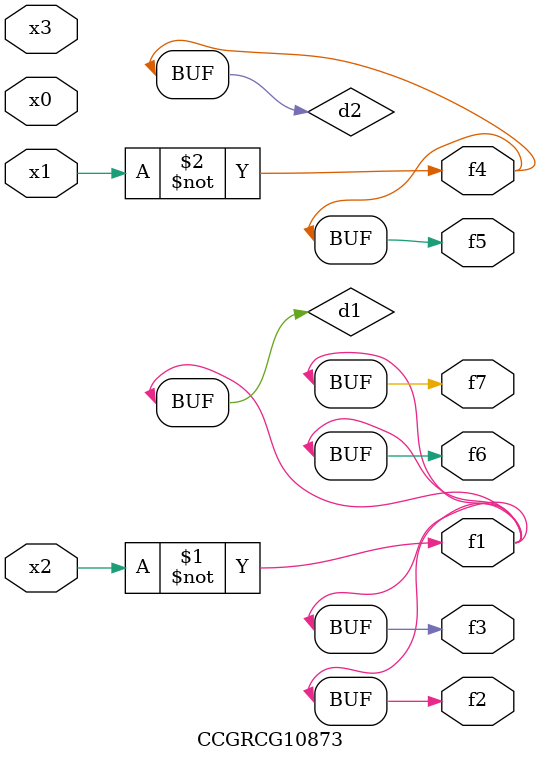
<source format=v>
module CCGRCG10873(
	input x0, x1, x2, x3,
	output f1, f2, f3, f4, f5, f6, f7
);

	wire d1, d2;

	xnor (d1, x2);
	not (d2, x1);
	assign f1 = d1;
	assign f2 = d1;
	assign f3 = d1;
	assign f4 = d2;
	assign f5 = d2;
	assign f6 = d1;
	assign f7 = d1;
endmodule

</source>
